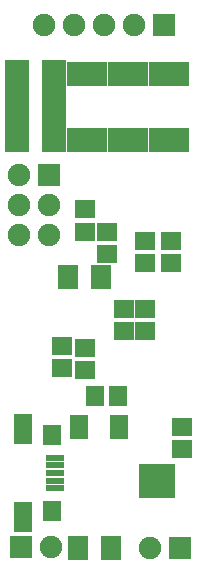
<source format=gbs>
G04 DipTrace Beta 2.3.5.2*
%INIoDriverRevC.gbs*%
%MOIN*%
%ADD57R,0.0592X0.0986*%
%ADD59R,0.0631X0.071*%
%ADD61R,0.0612X0.0238*%
%ADD73R,0.134X0.0789*%
%ADD75R,0.0828X0.3072*%
%ADD81C,0.075*%
%ADD83R,0.075X0.075*%
%ADD85R,0.0631X0.0789*%
%ADD87R,0.071X0.0789*%
%ADD89R,0.0592X0.0671*%
%ADD91R,0.0671X0.0592*%
%FSLAX44Y44*%
G04*
G70*
G90*
G75*
G01*
%LNBotMask*%
%LPD*%
D91*
X7565Y14316D3*
Y15064D3*
X8815Y14005D3*
Y14753D3*
D89*
X7177Y9591D3*
X7925D3*
D87*
X6253Y13564D3*
X7355D3*
D91*
X10065Y8565D3*
Y7817D3*
D87*
X6588Y4503D3*
X7690D3*
D85*
X6628Y8565D3*
X7966D3*
D83*
X5628Y16940D3*
D81*
X4628D3*
X5628Y15940D3*
X4628D3*
X5628Y14940D3*
X4628D3*
D83*
X10003Y4503D3*
D81*
X9003D3*
D83*
X9457Y21961D3*
D81*
X8457D3*
X7457D3*
X6457D3*
X5457D3*
D83*
X4690Y4565D3*
D81*
X5690D3*
D75*
X4565Y19236D3*
X5785D3*
D73*
X6878Y18128D3*
Y20333D3*
X8253Y18128D3*
Y20333D3*
X9628Y18128D3*
Y20333D3*
D91*
X6815Y11190D3*
Y10442D3*
X6065Y11253D3*
Y10505D3*
X6815Y15814D3*
Y15066D3*
X9690Y14003D3*
Y14751D3*
X8815Y11753D3*
Y12501D3*
X8128Y11753D3*
Y12501D3*
D61*
X5815Y6503D3*
Y6759D3*
Y7014D3*
Y7270D3*
Y7526D3*
D59*
X5727Y5755D3*
Y8274D3*
D57*
X4762Y5538D3*
Y8491D3*
G36*
X8628Y7313D2*
X9815D1*
Y6188D1*
X8628D1*
Y7313D1*
G37*
M02*

</source>
